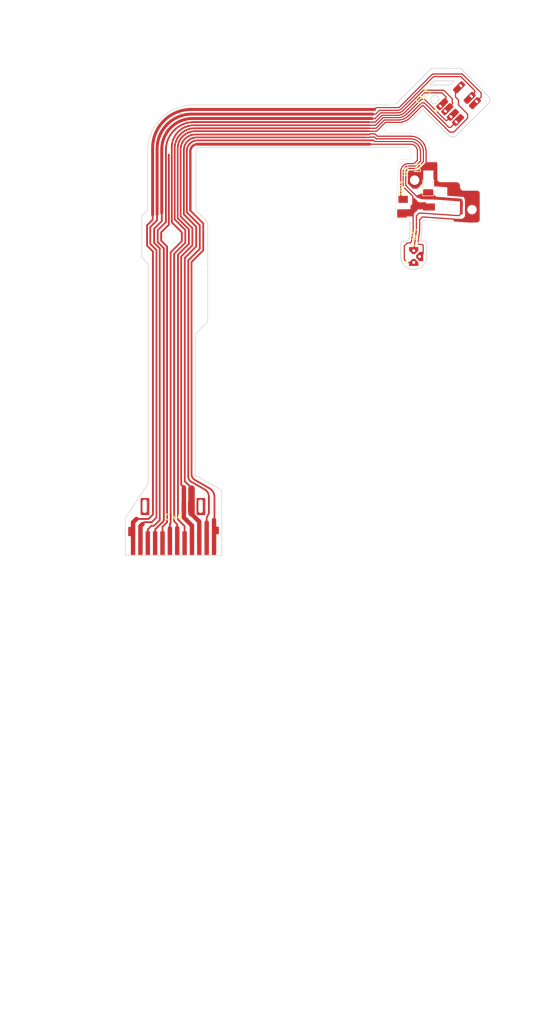
<source format=kicad_pcb>
(kicad_pcb (version 20240108) (generator "pcbnew") (generator_version "8.0")
  (title_block (title "KSS-220A Flexible PCB - Lens") (date "2024-08-17") (rev "0.1"))
  (layers (0 "F.Cu" signal) (31 "B.Cu" signal) (34 "B.Paste" user) (35 "F.Paste" user) (36 "B.SilkS" user "B.Silkscreen") (37 "F.SilkS" user "F.Silkscreen") (38 "B.Mask" user) (39 "F.Mask" user) (44 "Edge.Cuts" user))
  (net 0 "")
  (net 1 "/B")
  (net 2 "/E")
  (net 3 "/K")
  (net 4 "/LD")
  (net 5 "/C")
  (net 6 "/D")
  (net 7 "/PD")
  (net 8 "/A")
  (net 9 "/F")
  (net 11 "/GND1")
  (net 12 "/GND3")
  (net 13 "/GND2")
  (footprint "PC-Engine_CDR-30A:Laser_Diode_Pads" (layer "F.Cu") (at 94.7 61.25 90)
    (property "Reference" "CN5" (at 3.2 0.25 90) (layer "F.SilkS"))
    (property "Value" "Laser_Diode_Flex_Conn_3P")
    (fp_poly (pts (xy -1.01204 -0.975038) (xy -1.25204 -1.305038) (xy -0.77204 -1.305038) (xy -1.01204 -0.975038)) (stroke (width 0.12)) (fill solid) (layer "F.SilkS"))
    (fp_line (start 2.1 -2.2) (end 0 -2.2) (stroke (width 0.12)) (layer "Edge.Cuts"))
    (fp_line (start 2.6 -1.7) (end 2.6 -1.15) (stroke (width 0.12)) (layer "Edge.Cuts"))
    (fp_line (start 2.95 -0.8) (end 2.6 -1.15) (stroke (width 0.12)) (layer "Edge.Cuts"))
    (fp_line (start 5.9 -0.65) (end 4.4 -0.65) (stroke (width 0.12)) (layer "Edge.Cuts"))
    (fp_line (start 4.4 -0.65) (end 2.95 -0.8) (stroke (width 0.12)) (layer "Edge.Cuts"))
    (fp_line (start 3.25 1.25) (end 2.6 1.25) (stroke (width 0.12)) (layer "Edge.Cuts"))
    (fp_line (start 3.25 1.25) (end 4.15 1.35) (stroke (width 0.12)) (layer "Edge.Cuts"))
    (fp_line (start 4.15 1.35) (end 5.9 1.35) (stroke (width 0.12)) (layer "Edge.Cuts"))
    (fp_line (start 2.6 1.7) (end 2.6 1.25) (stroke (width 0.12)) (layer "Edge.Cuts"))
    (fp_line (start 0 2.2) (end 2.1 2.2) (stroke (width 0.12)) (layer "Edge.Cuts"))
    (fp_arc (start 2.1 -2.2) (mid 2.453553 -2.053553) (end 2.6 -1.7) (stroke (width 0.12)) (layer "Edge.Cuts"))
    (fp_arc (start 2.6 1.7) (mid 2.453553 2.053553) (end 2.1 2.2) (stroke (width 0.12)) (layer "Edge.Cuts"))
    (fp_arc (start 0 2.2) (mid -2.2 0) (end 0 -2.2) (stroke (width 0.12)) (layer "Edge.Cuts"))
    (pad "1" thru_hole roundrect (at -1 0) (size 1.6 1.2) (drill 0.5) (layers "*.Cu" "*.Mask") (remove_unused_layers yes) (roundrect_rratio 0) (chamfer_ratio 0.5) (chamfer top_left top_right) (net 7 "/PD"))
    (pad "2" thru_hole roundrect (at 0 1 90) (size 1.6 1.2) (drill 0.5) (layers "*.Cu" "*.Mask") (remove_unused_layers yes) (roundrect_rratio 0) (chamfer_ratio 0.5) (chamfer top_left top_right) (net 13 "/GND2"))
    (pad "3" thru_hole roundrect (at 1 0 180) (size 1.6 1.2) (drill 0.5) (layers "*.Cu" "*.Mask") (remove_unused_layers yes) (roundrect_rratio 0) (chamfer_ratio 0.5) (chamfer top_left top_right) (net 4 "/LD"))
  )
  (footprint "PC-Engine_CDR-30A:MountingHole_1.6mm_Pad" (layer "F.Cu") (at 94.85 48.3)
    (property "Reference" "H1" (at -1.6 -1.55 90) (layer "F.SilkS"))
    (property "Value" "MountingHole_Flex_Pad_MP")
    (pad "MP" thru_hole circle (at 0 0) (size 2.3 2.3) (drill 1.6) (layers "*.Cu" "*.Mask") (remove_unused_layers yes) (zone_layer_connections "F.Cu") (net 13 "/GND2"))
  )
  (footprint "PC-Engine_CDR-30A:Potentiometer_Flex_Pads" (layer "F.Cu") (at 94.3 52.85 90)
    (property "Reference" "RV1" (at 3.35 -1.6 90) (layer "F.SilkS"))
    (property "Value" "R_Potentiometer_Flex")
    (pad "1" smd rect (at 1.3 -1.4 90) (size 1.2 1.6) (layers "F.Cu" "F.Paste" "F.Mask") (net 12 "/GND3"))
    (pad "2" smd rect (at -1.2 -1.6 90) (size 1.2 1.6) (layers "F.Cu" "F.Paste" "F.Mask") (net 7 "/PD"))
    (pad "3" smd rect (at 0 3 90) (size 1.2 2) (layers "F.Cu" "F.Paste" "F.Mask") (net 7 "/PD"))
  )
  (footprint "PC-Engine_CDR-30A:FLEX_SOIC-LIKE_8_3.9x4.9mm_P1.27mm" (layer "F.Cu") (at 102.3 35.35 45)
    (property "Reference" "CN3" (at -3.394113 -5.091169 45) (layer "F.SilkS"))
    (property "Value" "Photodetector_Flex_Conn")
    (fp_poly (pts (xy -3.35 -1.9) (xy -3.68 -1.66) (xy -3.679999 -2.14) (xy -3.35 -1.9)) (stroke (width 0.12)) (fill solid) (layer "F.SilkS"))
    (fp_line (start -5.1 -3.65) (end -7.5 -3.65) (stroke (width 0.12)) (layer "Edge.Cuts"))
    (fp_line (start -4.95 -3.5) (end -5.1 -3.65) (stroke (width 0.12)) (layer "Edge.Cuts"))
    (fp_line (start -4.95 -3.5) (end -4.95 3) (stroke (width 0.12)) (layer "Edge.Cuts"))
    (fp_line (start -1.2 -5.7) (end -0.2 -5.7) (stroke (width 0.12)) (layer "Edge.Cuts"))
    (fp_line (start 1 -7.5) (end -7.5 -7.5) (stroke (width 0.12)) (layer "Edge.Cuts"))
    (fp_line (start -0.2 -5.7) (end 2.25 -3.25) (stroke (width 0.12)) (layer "Edge.Cuts"))
    (fp_line (start 1.25 -3.250001) (end -1.2 -5.7) (stroke (width 0.12)) (layer "Edge.Cuts"))
    (fp_line (start -4.95 3) (end -4.45 3.55) (stroke (width 0.12)) (layer "Edge.Cuts"))
    (fp_line (start 2.25 -3.25) (end 1.25 -3.250001) (stroke (width 0.12)) (layer "Edge.Cuts"))
    (fp_line (start -4.45 3.55) (end 4 3.55) (stroke (width 0.12)) (layer "Edge.Cuts"))
    (fp_line (start 4.5 -4.000001) (end 1 -7.5) (stroke (width 0.12)) (layer "Edge.Cuts"))
    (fp_line (start 4.5 3.05) (end 4.5 -4.000001) (stroke (width 0.12)) (layer "Edge.Cuts"))
    (fp_line (start 4 3.55) (end 4.5 3.05) (stroke (width 0.12)) (layer "Edge.Cuts"))
    (fp_circle (center -2.35 -3.35) (end -1.65 -3.35) (stroke (width 0.12)) (fill none) (layer "Edge.Cuts"))
    (pad "1" thru_hole roundrect (at -2.45 -1.905 45) (size 2.2 1) (drill oval 0.4 0.6 (offset 0.45 0)) (layers "*.Cu" "*.Mask") (remove_unused_layers yes) (net 6 "/D"))
    (pad "2" thru_hole roundrect (at 2.45 -1.905 225) (size 2.2 1) (drill oval 0.4 0.6 (offset 0.4 0)) (layers "*.Cu" "*.Mask") (remove_unused_layers yes) (net 9 "/F"))
    (pad "3" thru_hole roundrect (at -2.45 -0.7 45) (size 2.2 1) (drill oval 0.4 0.6 (offset 0.45 0)) (layers "*.Cu" "*.Mask") (remove_unused_layers yes) (net 5 "/C"))
    (pad "4" thru_hole roundrect (at 2.45 -0.7 225) (size 2.2 1) (drill oval 0.4 0.6 (offset 0.4 0)) (layers "*.Cu" "*.Mask") (remove_unused_layers yes))
    (pad "5" thru_hole roundrect (at -2.45 0.635 45) (size 2.2 1) (drill oval 0.4 0.6 (offset 0.45 0)) (layers "*.Cu" "*.Mask") (remove_unused_layers yes) (net 3 "/K"))
    (pad "6" thru_hole roundrect (at 2.45 0.63 225) (size 2.2 1) (drill oval 0.4 0.6 (offset 0.4 0)) (layers "*.Cu" "*.Mask") (remove_unused_layers yes) (net 8 "/A"))
    (pad "7" thru_hole roundrect (at -2.45 1.899999 45) (size 2.2 1) (drill oval 0.4 0.6 (offset 0.45 0)) (layers "*.Cu" "*.Mask") (remove_unused_layers yes) (net 2 "/E"))
    (pad "8" thru_hole roundrect (at 2.45 1.899999 225) (size 2.2 1) (drill oval 0.4 0.6 (offset 0.4 0)) (layers "*.Cu" "*.Mask") (remove_unused_layers yes) (net 1 "/B"))
  )
  (footprint "PC-Engine_CDR-30A:Flexible_PCB_Conn_1x12_P1.25mm" (layer "F.Cu") (at 53.9 107.85 180)
    (property "Reference" "CN4" (at 0 2.4 180) (layer "F.SilkS"))
    (property "Value" "Flex_PCB_Edge_Conn_01x12_P1.25mm")
    (fp_line (start 8.2 -4.1) (end 8.2 2.3) (stroke (width 0.1)) (layer "Edge.Cuts"))
    (fp_line (start 5.4 53.45) (end 5.4 46.45) (stroke (width 0.1)) (layer "Edge.Cuts"))
    (fp_line (start 5.4 46.45) (end 4.3 45.35) (stroke (width 0.1)) (layer "Edge.Cuts"))
    (fp_line (start 5.2 5) (end 5.2 3.5) (stroke (width 0.1)) (layer "Edge.Cuts"))
    (fp_line (start 4.6 3.5) (end 4.6 5) (stroke (width 0.1)) (layer "Edge.Cuts"))
    (fp_line (start 4.4 64.5) (end 4.4 54.45) (stroke (width 0.1)) (layer "Edge.Cuts"))
    (fp_line (start 4.4 54.45) (end 5.4 53.45) (stroke (width 0.1)) (layer "Edge.Cuts"))
    (fp_line (start 4.3 45.35) (end 4.3 8.1) (stroke (width 0.1)) (layer "Edge.Cuts"))
    (fp_line (start 4.3 8.1) (end 8.199957 2.29997) (stroke (width 0.1)) (layer "Edge.Cuts"))
    (fp_line (start -3.7 33.4) (end -5.8 35.5) (stroke (width 0.1)) (layer "Edge.Cuts"))
    (fp_line (start -3.7 9.5) (end -3.7 33.4) (stroke (width 0.1)) (layer "Edge.Cuts"))
    (fp_line (start -3.8 54.45) (end -3.8 64.65) (stroke (width 0.1)) (layer "Edge.Cuts"))
    (fp_line (start -4.25 65.1) (end -39.5 65.1) (stroke (width 0.1)) (layer "Edge.Cuts"))
    (fp_line (start -4.3 5) (end -4.3 3.5) (stroke (width 0.1)) (layer "Edge.Cuts"))
    (fp_line (start -4.9 3.5) (end -4.9 5) (stroke (width 0.1)) (layer "Edge.Cuts"))
    (fp_line (start -5.8 52.45) (end -3.8 54.45) (stroke (width 0.1)) (layer "Edge.Cuts"))
    (fp_line (start -5.8 35.5) (end -5.8 52.45) (stroke (width 0.1)) (layer "Edge.Cuts"))
    (fp_line (start -7.7 7.25) (end -3.7 9.5) (stroke (width 0.1)) (layer "Edge.Cuts"))
    (fp_line (start -8.04177 6.993267) (end -7.7 7.25) (stroke (width 0.1)) (layer "Edge.Cuts"))
    (fp_line (start -8.2 6.55) (end -8.2 -4.1) (stroke (width 0.1)) (layer "Edge.Cuts"))
    (fp_line (start -8.2 -4.1) (end 8.2 -4.1) (stroke (width 0.1)) (layer "Edge.Cuts"))
    (fp_line (start -36.5 72.3) (end -3.4 72.3) (stroke (width 0.1)) (layer "Edge.Cuts"))
    (fp_arc (start 5.2 5) (mid 4.9 5.3) (end 4.6 5) (stroke (width 0.1)) (layer "Edge.Cuts"))
    (fp_arc (start 4.6 3.5) (mid 4.9 3.2) (end 5.2 3.5) (stroke (width 0.1)) (layer "Edge.Cuts"))
    (fp_arc (start 4.4 64.5) (mid 2.115433 70.015433) (end -3.4 72.3) (stroke (width 0.1)) (layer "Edge.Cuts"))
    (fp_arc (start -3.8 64.65) (mid -3.931802 64.968198) (end -4.25 65.1) (stroke (width 0.1)) (layer "Edge.Cuts"))
    (fp_arc (start -4.3 5) (mid -4.6 5.3) (end -4.9 5) (stroke (width 0.1)) (layer "Edge.Cuts"))
    (fp_arc (start -4.9 3.5) (mid -4.6 3.2) (end -4.3 3.5) (stroke (width 0.1)) (layer "Edge.Cuts"))
    (fp_arc (start -8.04177 6.993267) (mid -8.159257 6.785331) (end -8.2 6.55) (stroke (width 0.1)) (layer "Edge.Cuts"))
    (fp_circle (center 0.4 49.95) (end 0.4 51.05) (stroke (width 0.05)) (fill none) (layer "Edge.Cuts"))
    (pad "1" connect rect (at -7.1 -0.25 180) (size 1.2 0.5) (layers "F.Cu" "F.Mask") (net 12 "/GND3"))
    (pad "1" connect rect (at -6.875 -2 180) (size 0.75 4) (layers "F.Cu" "F.Mask") (net 12 "/GND3"))
    (pad "2" connect rect (at -5.625 -2 180) (size 0.75 4) (layers "F.Cu" "F.Mask") (net 7 "/PD"))
    (pad "3" connect rect (at -4.375 -2 180) (size 0.75 4) (layers "F.Cu" "F.Mask") (net 4 "/LD"))
    (pad "3" smd trapezoid (at -2.85 4.15) (size 0.8 1.6) (rect_delta 0.2 0) (layers "F.Cu" "F.Paste" "F.Mask") (net 4 "/LD"))
    (pad "4" connect rect (at -3.125 -2 180) (size 0.75 4) (layers "F.Cu" "F.Mask") (net 13 "/GND2"))
    (pad "4" smd trapezoid (at -1.75 4.15 180) (size 0.8 1.6) (rect_delta 0.2 0) (layers "F.Cu" "F.Paste" "F.Mask") (net 13 "/GND2"))
    (pad "5" connect rect (at -1.875 -2 180) (size 0.75 4) (layers "F.Cu" "F.Mask") (net 9 "/F"))
    (pad "6" connect rect (at -0.625 -2 180) (size 0.75 4) (layers "F.Cu" "F.Mask") (net 2 "/E"))
    (pad "7" connect rect (at 0.625 -2 180) (size 0.75 4) (layers "F.Cu" "F.Mask") (net 3 "/K"))
    (pad "8" connect rect (at 1.875 -2 180) (size 0.75 4) (layers "F.Cu" "F.Mask") (net 11 "/GND1"))
    (pad "9" connect rect (at 3.125 -2 180) (size 0.75 4) (layers "F.Cu" "F.Mask") (net 6 "/D"))
    (pad "10" connect rect (at 4.375 -2 180) (size 0.75 4) (layers "F.Cu" "F.Mask") (net 5 "/C"))
    (pad "11" connect rect (at 5.625 -2 180) (size 0.75 4) (layers "F.Cu" "F.Mask") (net 8 "/A"))
    (pad "12" connect rect (at 6.875 -2 180) (size 0.75 4) (layers "F.Cu" "F.Mask") (net 1 "/B"))
    (pad "12" connect rect (at 7.1 -0.4 180) (size 1.2 0.8) (layers "F.Cu" "F.Mask") (net 1 "/B"))
  )
  (footprint "PC-Engine_CDR-30A:Diode_Flex_Pads" (layer "F.Cu") (at 97.15 48.25 90)
    (property "Reference" "D1" (at 2.15 -1.75 90) (layer "F.SilkS"))
    (property "Value" "Diode_Flex")
    (fp_line (start -2.7 -0.95) (end 0 -0.95) (stroke (width 0.12)) (layer "F.SilkS"))
    (fp_line (start -2.7 -0.95) (end -2.7 0.95) (stroke (width 0.12)) (layer "F.SilkS"))
    (fp_line (start -2.7 0.95) (end 0.05 0.95) (stroke (width 0.12)) (layer "F.SilkS"))
    (pad "1" smd roundrect (at -2.1 0 270) (size 1 1.7) (layers "F.Cu" "F.Paste" "F.Mask") (roundrect_rratio 0.1785714286) (net 4 "/LD"))
    (pad "2" smd roundrect (at 2.1 0 90) (size 1 1.7) (layers "F.Cu" "F.Paste" "F.Mask") (roundrect_rratio 0.1785714286) (net 13 "/GND2"))
  )
  (gr_line (start 92.4 44.75) (end 92.2 45.15) (stroke (width 0.05)) (layer "Edge.Cuts"))
  (gr_arc (start 103.2 50) (mid 102.811091 49.838909) (end 102.65 49.45) (stroke (width 0.05)) (layer "Edge.Cuts"))
  (gr_line (start 94 44.75) (end 92.4 44.75) (stroke (width 0.05)) (layer "Edge.Cuts"))
  (gr_circle (center 99.15 52.95) (end 99.85 52.95) (stroke (width 0.05)) (fill none) (layer "Edge.Cuts"))
  (gr_line (start 105.45 50) (end 103.2 50) (stroke (width 0.05)) (layer "Edge.Cuts"))
  (gr_circle (center 99.4 50.3) (end 100.1 50.3) (stroke (width 0.05)) (fill none) (layer "Edge.Cuts"))
  (gr_arc (start 97.7 45.05) (mid 97.487868 44.962132) (end 97.4 44.75) (stroke (width 0.05)) (layer "Edge.Cuts"))
  (gr_line (start 106 55.05) (end 106 50.55) (stroke (width 0.05)) (layer "Edge.Cuts"))
  (gr_circle (center 104.6 53.3) (end 105.3 53.3) (stroke (width 0.05)) (fill none) (layer "Edge.Cuts"))
  (gr_line (start 96.05 55.35) (end 96.5 55.05) (stroke (width 0.05)) (layer "Edge.Cuts"))
  (gr_line (start 93.4 42.75) (end 93.9 42.75) (stroke (width 0.05)) (layer "Edge.Cuts"))
  (gr_line (start 90.4 38.95) (end 91.85 38.95) (stroke (width 0.05)) (layer "Edge.Cuts"))
  (gr_line (start 96.5 55.05) (end 104.4 55.6) (stroke (width 0.05)) (layer "Edge.Cuts"))
  (gr_line (start 92.2 45.15) (end 91.5 54.1) (stroke (width 0.05)) (layer "Edge.Cuts"))
  (gr_line (start 98.35 45.05) (end 97.7 45.05) (stroke (width 0.05)) (layer "Edge.Cuts"))
  (gr_line (start 97.4 43.55) (end 97.4 44.35) (stroke (width 0.05)) (layer "Edge.Cuts"))
  (gr_line (start 101.95 48.55) (end 99.250001 48.549999) (stroke (width 0.05)) (layer "Edge.Cuts"))
  (gr_line (start 97.4 44.35) (end 97.4 44.75) (stroke (width 0.05)) (layer "Edge.Cuts"))
  (gr_arc (start 101.95 48.55) (mid 102.444975 48.755025) (end 102.65 49.25) (stroke (width 0.05)) (layer "Edge.Cuts"))
  (gr_arc (start 94.25 44.5) (mid 94.176777 44.676777) (end 94 44.75) (stroke (width 0.05)) (layer "Edge.Cuts"))
  (gr_arc (start 92.2 54.9) (mid 91.668493 54.658819) (end 91.5 54.1) (stroke (width 0.05)) (layer "Edge.Cuts"))
  (gr_arc (start 106 55.05) (mid 105.86003 55.376527) (end 105.55 55.55) (stroke (width 0.05)) (layer "Edge.Cuts"))
  (gr_line (start 98.800002 48.1) (end 98.8 45.5) (stroke (width 0.05)) (layer "Edge.Cuts"))
  (gr_arc (start 101.6 52.4) (mid 102.3 53.1) (end 101.6 53.8) (stroke (width 0.05)) (layer "Edge.Cuts"))
  (gr_arc (start 94.2 40.35) (mid 96.462742 41.287258) (end 97.4 43.55) (stroke (width 0.05)) (layer "Edge.Cuts"))
  (gr_arc (start 101.1 53.75) (mid 100.4 53.05) (end 101.1 52.35) (stroke (width 0.05)) (layer "Edge.Cuts"))
  (gr_line (start 92.2 54.9) (end 93.85 54.9) (stroke (width 0.05)) (layer "Edge.Cuts"))
  (gr_line (start 104.4 55.6) (end 105.55 55.55) (stroke (width 0.05)) (layer "Edge.Cuts"))
  (gr_line (start 102.65 49.45) (end 102.65 49.25) (stroke (width 0.05)) (layer "Edge.Cuts"))
  (gr_arc (start 99.250001 48.549999) (mid 98.931803 48.418198) (end 98.800002 48.1) (stroke (width 0.05)) (layer "Edge.Cuts"))
  (gr_rect (start 96.4 46.75) (end 97.95 49.75) (stroke (width 0.05)) (fill none) (layer "Edge.Cuts"))
  (gr_arc (start 94.415759 38.072361) (mid 93.206585 38.726658) (end 91.85 38.95) (stroke (width 0.05)) (layer "Edge.Cuts"))
  (gr_arc (start 91.693398 35.35) (mid 91.054444 35.500086) (end 90.4 35.55) (stroke (width 0.05)) (layer "Edge.Cuts"))
  (gr_line (start 101.1 52.35) (end 101.6 52.4) (stroke (width 0.05)) (layer "Edge.Cuts"))
  (gr_line (start 94.25 43.1) (end 94.25 44.5) (stroke (width 0.05)) (layer "Edge.Cuts"))
  (gr_line (start 101.1 53.75) (end 101.6 53.8) (stroke (width 0.05)) (layer "Edge.Cuts"))
  (gr_arc (start 98.35 45.050001) (mid 98.668198 45.181802) (end 98.799999 45.5) (stroke (width 0.05)) (layer "Edge.Cuts"))
  (gr_arc (start 105.45 50) (mid 105.838909 50.161091) (end 106 50.55) (stroke (width 0.05)) (layer "Edge.Cuts"))
  (gr_arc (start 90.4 40.35) (mid 89.7 39.65) (end 90.4 38.95) (stroke (width 0.05)) (layer "Edge.Cuts"))
  (gr_line (start 93.85 54.9) (end 94.05 55.35) (stroke (width 0.05)) (layer "Edge.Cuts"))
  (gr_line (start 94.2 40.35) (end 90.4 40.35) (stroke (width 0.05)) (layer "Edge.Cuts"))
  (gr_arc (start 93.9 42.75) (mid 94.147487 42.852513) (end 94.25 43.1) (stroke (width 0.05)) (layer "Edge.Cuts"))
  (segment (start 47.6 105.75) (end 47.025 106.325) (width 0.75) (layer "F.Cu") (net 1))
  (segment (start 88.35 36) (end 92.2 36) (width 0.2) (layer "F.Cu") (net 1))
  (segment (start 47.6 105.75) (end 49.65 105.75) (width 0.3) (layer "F.Cu") (net 1))
  (segment (start 106.137005 34.2) (end 105.375914 34.961091) (width 0.2) (layer "F.Cu") (net 1))
  (segment (start 50.35 42.845518) (end 50.35 54.2) (width 0.5) (layer "F.Cu") (net 1))
  (segment (start 49.4 59.4) (end 49.4 55.95) (width 0.3) (layer "F.Cu") (net 1))
  (segment (start 88.04242 36.30758) (end 88.35 36) (width 0.2) (layer "F.Cu") (net 1))
  (segment (start 56.846016 36.30758) (end 56.636191 36.315565) (width 0.5) (layer "F.Cu") (net 1))
  (segment (start 106.15 34.2) (end 106.137005 34.2) (width 0.2) (layer "F.Cu") (net 1))
  (segment (start 106.15 33.5) (end 106.15 34.2) (width 0.2) (layer "F.Cu") (net 1))
  (segment (start 50.35 55) (end 50.35 54.2) (width 0.3) (layer "F.Cu") (net 1))
  (segment (start 47.025 106.325) (end 47.025 109.85) (width 0.75) (layer "F.Cu") (net 1))
  (segment (start 102.95 30.3) (end 106.15 33.5) (width 0.2) (layer "F.Cu") (net 1))
  (segment (start 88.04242 36.30758) (end 56.846016 36.30758) (width 0.5) (layer "F.Cu") (net 1))
  (segment (start 50.4 105) (end 50.4 60.4) (width 0.3) (layer "F.Cu") (net 1))
  (segment (start 50.4 60.4) (end 49.4 59.4) (width 0.3) (layer "F.Cu") (net 1))
  (segment (start 97.9 30.3) (end 102.95 30.3) (width 0.2) (layer "F.Cu") (net 1))
  (segment (start 49.65 105.75) (end 50.4 105) (width 0.3) (layer "F.Cu") (net 1))
  (segment (start 49.4 55.95) (end 50.35 55) (width 0.3) (layer "F.Cu") (net 1))
  (segment (start 92.2 36) (end 97.9 30.3) (width 0.2) (layer "F.Cu") (net 1))
  (arc (start 56.636191 36.315565) (mid 52.17693 38.313508) (end 50.35 42.845518) (width 0.5) (layer "F.Cu") (net 1))
  (segment (start 96.513604 35.2) (end 100.663604 39.35) (width 0.2) (layer "F.Cu") (net 2))
  (segment (start 86.75 39.5) (end 87.1 39.5) (width 0.3) (layer "F.Cu") (net 2))
  (segment (start 93.798829 37.401171) (end 96 35.2) (width 0.2) (layer "F.Cu") (net 2))
  (segment (start 55.9 56.757106) (end 54.1 54.957106) (width 0.3) (layer "F.Cu") (net 2))
  (segment (start 87.1 39.5) (end 88.3 39.5) (width 0.2) (layer "F.Cu") (net 2))
  (segment (start 89.7 38.1) (end 92.111706 38.1) (width 0.2) (layer "F.Cu") (net 2))
  (segment (start 57.499535 39.5) (end 86.75 39.5) (width 0.3) (layer "F.Cu") (net 2))
  (segment (start 54.525 107.3) (end 54.525 106.675) (width 0.3) (layer "F.Cu") (net 2))
  (segment (start 100.663604 39.35) (end 100.987005 39.35) (width 0.2) (layer "F.Cu") (net 2))
  (segment (start 54.525 109.85) (end 54.525 107.3) (width 0.75) (layer "F.Cu") (net 2))
  (segment (start 88.3 39.5) (end 89.7 38.1) (width 0.2) (layer "F.Cu") (net 2))
  (segment (start 96 35.2) (end 96.513604 35.2) (width 0.2) (layer "F.Cu") (net 2))
  (segment (start 54.525 106.675) (end 54 106.15) (width 0.3) (layer "F.Cu") (net 2))
  (segment (start 100.987005 39.35) (end 101.911091 38.425914) (width 0.2) (layer "F.Cu") (net 2))
  (segment (start 54 60.8) (end 55.9 58.9) (width 0.3) (layer "F.Cu") (net 2))
  (segment (start 55.9 58.9) (end 55.9 56.757106) (width 0.3) (layer "F.Cu") (net 2))
  (segment (start 54 106.15) (end 54 60.8) (width 0.3) (layer "F.Cu") (net 2))
  (segment (start 54.1 54.957106) (end 54.1 42.899535) (width 0.3) (layer "F.Cu") (net 2))
  (arc (start 54.1 42.899535) (mid 55.095701 40.495701) (end 57.499535 39.5) (width 0.3) (layer "F.Cu") (net 2))
  (arc (start 92.111706 38.1) (mid 93.02477 37.91838) (end 93.798829 37.401171) (width 0.2) (layer "F.Cu") (net 2))
  (segment (start 88.2 39) (end 89.5 37.7) (width 0.2) (layer "F.Cu") (net 3))
  (segment (start 53.275 109.85) (end 53.275 107.35) (width 0.75) (layer "F.Cu") (net 3))
  (segment (start 53.4 106.5) (end 53.275 106.625) (width 0.3) (layer "F.Cu") (net 3))
  (segment (start 87.1 39) (end 57.332548 39) (width 0.3) (layer "F.Cu") (net 3))
  (segment (start 55.3 57.15) (end 55.3 58.65) (width 0.3) (layer "F.Cu") (net 3))
  (segment (start 100.398025 38.15) (end 101.016601 37.531424) (width 0.2) (layer "F.Cu") (net 3))
  (segment (start 96 34.6) (end 96.55 34.6) (width 0.2) (layer "F.Cu") (net 3))
  (segment (start 53.6 55.45) (end 55.3 57.15) (width 0.3) (layer "F.Cu") (net 3))
  (segment (start 100.1 38.15) (end 100.398025 38.15) (width 0.2) (layer "F.Cu") (net 3))
  (segment (start 53.4 60.55) (end 53.4 106.5) (width 0.3) (layer "F.Cu") (net 3))
  (segment (start 93.488246 37.111754) (end 96 34.6) (width 0.2) (layer "F.Cu") (net 3))
  (segment (start 87.1 39) (end 88.2 39) (width 0.2) (layer "F.Cu") (net 3))
  (segment (start 53.6 42.732548) (end 53.6 55.45) (width 0.3) (layer "F.Cu") (net 3))
  (segment (start 89.5 37.7) (end 92.068095 37.7) (width 0.2) (layer "F.Cu") (net 3))
  (segment (start 53.275 106.625) (end 53.275 107.35) (width 0.3) (layer "F.Cu") (net 3))
  (segment (start 96.55 34.6) (end 100.1 38.15) (width 0.2) (layer "F.Cu") (net 3))
  (segment (start 55.3 58.65) (end 53.4 60.55) (width 0.3) (layer "F.Cu") (net 3))
  (arc (start 92.068095 37.7) (mid 92.836675 37.54712) (end 93.488246 37.111754) (width 0.2) (layer "F.Cu") (net 3))
  (arc (start 57.332548 39) (mid 54.693238 40.093238) (end 53.6 42.732548) (width 0.3) (layer "F.Cu") (net 3))
  (segment (start 55.8 99.35) (end 55.8 61.5) (width 0.3) (layer "F.Cu") (net 4))
  (segment (start 55.65 54.1) (end 55.65 43.228989) (width 0.3) (layer "F.Cu") (net 4))
  (segment (start 56.95 100.5) (end 55.8 99.35) (width 0.3) (layer "F.Cu") (net 4))
  (segment (start 93.75 41.3) (end 94.134141 41.3) (width 0.2) (layer "F.Cu") (net 4))
  (segment (start 102.1 54.3) (end 102.4 54.3) (width 0.2) (layer "F.Cu") (net 4))
  (segment (start 94.7 60.25) (end 95.15 56.8) (width 0.2) (layer "F.Cu") (net 4))
  (segment (start 57.75 56.2) (end 55.65 54.1) (width 0.3) (layer "F.Cu") (net 4))
  (segment (start 88.35 41.3) (end 93.75 41.3) (width 0.2) (layer "F.Cu") (net 4))
  (segment (start 87.15 41.05) (end 87.2 41) (width 0.2) (layer "F.Cu") (net 4))
  (segment (start 88.05 41) (end 88.35 41.3) (width 0.2) (layer "F.Cu") (net 4))
  (segment (start 56.95 104.9) (end 56.95 104.8) (width 0.75) (layer "F.Cu") (net 4))
  (segment (start 95.6 53.9) (end 96.1 53.9) (width 0.2) (layer "F.Cu") (net 4))
  (segment (start 96.35 43.515859) (end 96.35 45.15) (width 0.2) (layer "F.Cu") (net 4))
  (segment (start 57.75 59.55) (end 57.75 56.2) (width 0.3) (layer "F.Cu") (net 4))
  (segment (start 58.275 106.225) (end 56.95 104.9) (width 0.75) (layer "F.Cu") (net 4))
  (segment (start 95.3 51.15) (end 96.8 51.15) (width 0.2) (layer "F.Cu") (net 4))
  (segment (start 58.275 109.85) (end 58.275 106.225) (width 0.75) (layer "F.Cu") (net 4))
  (segment (start 93.35 46.976056) (end 93.35 49.2) (width 0.2) (layer "F.Cu") (net 4))
  (segment (start 55.8 61.5) (end 57.75 59.55) (width 0.3) (layer "F.Cu") (net 4))
  (segment (start 95.2 46.3) (end 94.026056 46.3) (width 0.2) (layer "F.Cu") (net 4))
  (segment (start 56.95 104.8) (end 56.95 100.6) (width 1.1) (layer "F.Cu") (net 4))
  (segment (start 93.35 49.2) (end 95.3 51.15) (width 0.2) (layer "F.Cu") (net 4))
  (segment (start 56.95 100.6) (end 56.95 100.5) (width 0.3) (layer "F.Cu") (net 4))
  (segment (start 95.15 56.8) (end 95.15 54.35) (width 0.2) (layer "F.Cu") (net 4))
  (segment (start 96.35 45.15) (end 95.2 46.3) (width 0.2) (layer "F.Cu") (net 4))
  (segment (start 96.1 53.9) (end 102.1 54.3) (width 0.2) (layer "F.Cu") (net 4))
  (segment (start 95.15 54.35) (end 95.6 53.9) (width 0.2) (layer "F.Cu") (net 4))
  (segment (start 102.4 54.3) (end 102.75 53.95) (width 0.2) (layer "F.Cu") (net 4))
  (segment (start 96.8 51.15) (end 96.8 50.4) (width 0.2) (layer "F.Cu") (net 4))
  (segment (start 57.828989 41.05) (end 86.55 41.05) (width 0.3) (layer "F.Cu") (net 4))
  (segment (start 102.75 53.95) (end 102.75 53.85) (width 0.2) (layer "F.Cu") (net 4))
  (segment (start 87.2 41) (end 88.05 41) (width 0.2) (layer "F.Cu") (net 4))
  (segment (start 86.55 41.05) (end 87.15 41.05) (width 0.2) (layer "F.Cu") (net 4))
  (arc (start 94.026056 46.3) (mid 93.548012 46.498012) (end 93.35 46.976056) (width 0.2) (layer "F.Cu") (net 4))
  (arc (start 55.65 43.228989) (mid 56.288211 41.688211) (end 57.828989 41.05) (width 0.3) (layer "F.Cu") (net 4))
  (arc (start 94.134141 41.3) (mid 95.70099 41.94901) (end 96.35 43.515859) (width 0.2) (layer "F.Cu") (net 4))
  (segment (start 101.25 35.410051) (end 100.072614 36.587437) (width 0.2) (layer "F.Cu") (net 5))
  (segment (start 50.6 106.9) (end 51.55 105.95) (width 0.3) (layer "F.Cu") (net 5))
  (segment (start 99.8 33.05) (end 101.25 34.5) (width 0.2) (layer "F.Cu") (net 5))
  (segment (start 50.6 58.907106) (end 50.6 56.55) (width 0.3) (layer "F.Cu") (net 5))
  (segment (start 51.55 105.95) (end 51.55 59.857106) (width 0.3) (layer "F.Cu") (net 5))
  (segment (start 57.12606 37.85) (end 87.6 37.85) (width 0.5) (layer "F.Cu") (net 5))
  (segment (start 87.6 37.85) (end 88.125 37.85) (width 0.2) (layer "F.Cu") (net 5))
  (segment (start 49.525 109.85) (end 49.525 107.525) (width 0.3) (layer "F.Cu") (net 5))
  (segment (start 50.15 106.9) (end 50.6 106.9) (width 0.3) (layer "F.Cu") (net 5))
  (segment (start 101.25 35.810051) (end 100.095837 36.964214) (width 0.25) (layer "F.Cu") (net 5))
  (segment (start 89.075 36.9) (end 91.855642 36.9) (width 0.2) (layer "F.Cu") (net 5))
  (segment (start 51.9 55.25) (end 51.9 53.85) (width 0.3) (layer "F.Cu") (net 5))
  (segment (start 92.95563 36.44437) (end 96.35 33.05) (width 0.2) (layer "F.Cu") (net 5))
  (segment (start 96.35 33.05) (end 99.8 33.05) (width 0.2) (layer "F.Cu") (net 5))
  (segment (start 88.125 37.85) (end 89.075 36.9) (width 0.2) (layer "F.Cu") (net 5))
  (segment (start 50.6 56.55) (end 51.9 55.25) (width 0.3) (layer "F.Cu") (net 5))
  (segment (start 101.25 34.5) (end 101.25 35.410051) (width 0.2) (layer "F.Cu") (net 5))
  (segment (start 51.55 59.857106) (end 50.6 58.907106) (width 0.3) (layer "F.Cu") (net 5))
  (segment (start 51.9 53.85) (end 51.9 43.07606) (width 0.5) (layer "F.Cu") (net 5))
  (segment (start 49.525 107.525) (end 50.15 106.9) (width 0.3) (layer "F.Cu") (net 5))
  (arc (start 91.855642 36.9) (mid 92.450951 36.781586) (end 92.95563 36.44437) (width 0.2) (layer "F.Cu") (net 5))
  (arc (start 57.12606 37.85) (mid 53.430678 39.380678) (end 51.9 43.07606) (width 0.5) (layer "F.Cu") (net 5))
  (segment (start 50.775 109.85) (end 50.775 107.525) (width 0.3) (layer "F.Cu") (net 6))
  (segment (start 89.3 37.3) (end 91.987985 37.3) (width 0.2) (layer "F.Cu") (net 6))
  (segment (start 87.1 38.45) (end 88.15 38.45) (width 0.2) (layer "F.Cu") (net 6))
  (segment (start 52.25 106.05) (end 52.25 59.85) (width 0.3) (layer "F.Cu") (net 6))
  (segment (start 100.2 34.755923) (end 99.22055 35.735373) (width 0.2) (layer "F.Cu") (net 6))
  (segment (start 99.5 33.5) (end 100.2 34.2) (width 0.2) (layer "F.Cu") (net 6))
  (segment (start 51.2 56.8) (end 52.6 55.4) (width 0.3) (layer "F.Cu") (net 6))
  (segment (start 93.203471 36.796529) (end 96.5 33.5) (width 0.2) (layer "F.Cu") (net 6))
  (segment (start 50.775 107.525) (end 52.25 106.05) (width 0.3) (layer "F.Cu") (net 6))
  (segment (start 100.2 34.2) (end 100.2 34.755923) (width 0.2) (layer "F.Cu") (net 6))
  (segment (start 96.5 33.5) (end 99.5 33.5) (width 0.2) (layer "F.Cu") (net 6))
  (segment (start 99.62055 35.735373) (end 99.22055 35.735373) (width 0.2) (layer "F.Cu") (net 6))
  (segment (start 52.6 55.4) (end 52.6 43.225009) (width 0.3) (layer "F.Cu") (net 6))
  (segment (start 57.375009 38.45) (end 86.55 38.45) (width 0.3) (layer "F.Cu") (net 6))
  (segment (start 52.25 59.85) (end 51.2 58.8) (width 0.3) (layer "F.Cu") (net 6))
  (segment (start 86.55 38.45) (end 87.1 38.45) (width 0.3) (layer "F.Cu") (net 6))
  (segment (start 88.15 38.45) (end 89.3 37.3) (width 0.2) (layer "F.Cu") (net 6))
  (segment (start 51.2 58.8) (end 51.2 56.8) (width 0.3) (layer "F.Cu") (net 6))
  (arc (start 91.987985 37.3) (mid 92.645801 37.169152) (end 93.203471 36.796529) (width 0.2) (layer "F.Cu") (net 6))
  (arc (start 52.6 43.225009) (mid 53.998568 39.848568) (end 57.375009 38.45) (width 0.3) (layer "F.Cu") (net 6))
  (segment (start 93.1 61.75) (end 93.1 59.45) (width 0.2) (layer "F.Cu") (net 7))
  (segment (start 59.9 104.8) (end 59.9 101.986577) (width 0.3) (layer "F.Cu") (net 7))
  (segment (start 94.3 58.75) (end 94.6 56.65) (width 0.2) (layer "F.Cu") (net 7))
  (segment (start 94.7 62.25) (end 93.6 62.25) (width 0.2) (layer "F.Cu") (net 7))
  (segment (start 94.6 52.9) (end 94.8 52.7) (width 0.2) (layer "F.Cu") (net 7))
  (segment (start 57.991091 41.55) (end 87.8 41.55) (width 0.3) (layer "F.Cu") (net 7))
  (segment (start 95.82689 43.326829) (end 95.85 43.66876) (width 0.2) (layer "F.Cu") (net 7))
  (segment (start 95.85 43.66876) (end 95.85 45.084314) (width 0.2) (layer "F.Cu") (net 7))
  (segment (start 56.4 98.616546) (end 56.4 61.9) (width 0.3) (layer "F.Cu") (net 7))
  (segment (start 94.1 58.95) (end 94.3 58.75) (width 0.2) (layer "F.Cu") (net 7))
  (segment (start 87.9 41.55) (end 88.1 41.75) (width 0.2) (layer "F.Cu") (net 7))
  (segment (start 94.55 52.45) (end 94.8 52.7) (width 0.2) (layer "F.Cu") (net 7))
  (segment (start 59.525 105.525) (end 59.9 104.8) (width 0.3) (layer "F.Cu") (net 7))
  (segment (start 59.525 106.35) (end 59.525 105.525) (width 0.3) (layer "F.Cu") (net 7))
  (segment (start 59.173648 100.734942) (end 56.863168 99.414668) (width 0.3) (layer "F.Cu") (net 7))
  (segment (start 94.6 56.65) (end 94.6 52.9) (width 0.2) (layer "F.Cu") (net 7))
  (segment (start 95.85 45.084314) (end 95.034314 45.9) (width 0.2) (layer "F.Cu") (net 7))
  (segment (start 58.35 59.95) (end 58.35 55.95) (width 0.3) (layer "F.Cu") (net 7))
  (segment (start 58.35 55.95) (end 56.15 53.75) (width 0.3) (layer "F.Cu") (net 7))
  (segment (start 94.55 51.05) (end 94.55 52.45) (width 0.2) (layer "F.Cu") (net 7))
  (segment (start 56.15 53.75) (end 56.15 43.391091) (width 0.3) (layer "F.Cu") (net 7))
  (segment (start 88.1 41.75) (end 94.139892 41.75) (width 0.2) (layer "F.Cu") (net 7))
  (segment (start 87.8 41.55) (end 87.9 41.55) (width 0.2) (layer "F.Cu") (net 7))
  (segment (start 59.525 109.85) (end 59.525 106.35) (width 0.75) (layer "F.Cu") (net 7))
  (segment (start 95.034314 45.9) (end 93.805849 45.9) (width 0.2) (layer "F.Cu") (net 7))
  (segment (start 92.9 49.4) (end 94.55 51.05) (width 0.2) (layer "F.Cu") (net 7))
  (segment (start 93.6 58.95) (end 94.1 58.95) (width 0.2) (layer "F.Cu") (net 7))
  (segment (start 93.6 62.25) (end 93.1 61.75) (width 0.2) (layer "F.Cu") (net 7))
  (segment (start 56.4 61.9) (end 58.35 59.95) (width 0.3) (layer "F.Cu") (net 7))
  (segment (start 92.9 46.805849) (end 92.9 49.4) (width 0.2) (layer "F.Cu") (net 7))
  (segment (start 96.45 52.7) (end 94.8 52.7) (width 0.2) (layer "F.Cu") (net 7))
  (segment (start 93.1 59.45) (end 93.6 58.95) (width 0.2) (layer "F.Cu") (net 7))
  (arc (start 92.9 46.805849) (mid 93.165317 46.165317) (end 93.805849 45.9) (width 0.2) (layer "F.Cu") (net 7))
  (arc (start 56.15 43.391091) (mid 56.689243 42.089243) (end 57.991091 41.55) (width 0.3) (layer "F.Cu") (net 7))
  (arc (start 94.139892 41.75) (mid 95.294486 42.205584) (end 95.82689 43.326829) (width 0.2) (layer "F.Cu") (net 7))
  (arc (start 56.4 98.616546) (mid 56.52418 99.077936) (end 56.863168 99.414668) (width 0.3) (layer "F.Cu") (net 7))
  (arc (start 59.173648 100.734942) (mid 59.705258 101.263013) (end 59.9 101.986577) (width 0.3) (layer "F.Cu") (net 7))
  (segment (start 48.275 109.85) (end 48.275 106.975) (width 0.75) (layer "F.Cu") (net 8))
  (segment (start 51 60.15) (end 49.95 59.1) (width 0.3) (layer "F.Cu") (net 8))
  (segment (start 51.1 55.1) (end 51.1 54.1) (width 0.3) (layer "F.Cu") (net 8))
  (segment (start 105.05 33.490955) (end 104.477889 34.063066) (width 0.2) (layer "F.Cu") (net 8))
  (segment (start 48.625 106.625) (end 48.95 106.3) (width 0.3) (layer "F.Cu") (net 8))
  (segment (start 50.2 106.3) (end 51 105.5) (width 0.3) (layer "F.Cu") (net 8))
  (segment (start 49.95 56.25) (end 51.1 55.1) (width 0.3) (layer "F.Cu") (net 8))
  (segment (start 92.579448 36.220552) (end 98.05 30.75) (width 0.2) (layer "F.Cu") (net 8))
  (segment (start 48.275 106.975) (end 48.625 106.625) (width 0.75) (layer "F.Cu") (net 8))
  (segment (start 51 105.5) (end 51 60.15) (width 0.3) (layer "F.Cu") (net 8))
  (segment (start 98.05 30.75) (end 102.7 30.75) (width 0.2) (layer "F.Cu") (net 8))
  (segment (start 88.25 37.1) (end 88.899999 36.450001) (width 0.2) (layer "F.Cu") (net 8))
  (segment (start 49.95 59.1) (end 49.95 56.25) (width 0.3) (layer "F.Cu") (net 8))
  (segment (start 88.899999 36.450001) (end 92.025509 36.450001) (width 0.2) (layer "F.Cu") (net 8))
  (segment (start 87.7 37.1) (end 88.25 37.1) (width 0.2) (layer "F.Cu") (net 8))
  (segment (start 102.7 30.75) (end 105.05 33.1) (width 0.2) (layer "F.Cu") (net 8))
  (segment (start 105.05 33.1) (end 105.05 33.490955) (width 0.2) (layer "F.Cu") (net 8))
  (segment (start 51.1 54.1) (end 51.1 43.003664) (width 0.5) (layer "F.Cu") (net 8))
  (segment (start 57.003664 37.1) (end 87.7 37.1) (width 0.5) (layer "F.Cu") (net 8))
  (segment (start 48.95 106.3) (end 50.2 106.3) (width 0.3) (layer "F.Cu") (net 8))
  (arc (start 57.003664 37.1) (mid 52.829143 38.829143) (end 51.1 43.003664) (width 0.5) (layer "F.Cu") (net 8))
  (arc (start 92.025509 36.450001) (mid 92.325299 36.390369) (end 92.579448 36.220552) (width 0.2) (layer "F.Cu") (net 8))
  (segment (start 55.775 106.975) (end 54.65 105.85) (width 0.3) (layer "F.Cu") (net 9))
  (segment (start 96.35 35.7) (end 100.8 40.15) (width 0.2) (layer "F.Cu") (net 9))
  (segment (start 56.5 56.65) (end 54.6 54.75) (width 0.3) (layer "F.Cu") (net 9))
  (segment (start 54.6 54.75) (end 54.6 42.968043) (width 0.3) (layer "F.Cu") (net 9))
  (segment (start 102.3 34.7) (end 101.8 34.2) (width 0.2) (layer "F.Cu") (net 9))
  (segment (start 101.5 40.15) (end 103.85 37.8) (width 0.2) (layer "F.Cu") (net 9))
  (segment (start 103.85 37.1) (end 102.3 35.55) (width 0.2) (layer "F.Cu") (net 9))
  (segment (start 102.3 35.55) (end 102.3 34.7) (width 0.2) (layer "F.Cu") (net 9))
  (segment (start 88.4 40) (end 89.9 38.5) (width 0.2) (layer "F.Cu") (net 9))
  (segment (start 56.5 59.1) (end 56.5 56.65) (width 0.3) (layer "F.Cu") (net 9))
  (segment (start 57.568043 40) (end 87.1 40) (width 0.3) (layer "F.Cu") (net 9))
  (segment (start 96.1 35.7) (end 96.35 35.7) (width 0.2) (layer "F.Cu") (net 9))
  (segment (start 87.1 40) (end 88.4 40) (width 0.2) (layer "F.Cu") (net 9))
  (segment (start 100.8 40.15) (end 101.5 40.15) (width 0.2) (layer "F.Cu") (net 9))
  (segment (start 55.775 109.85) (end 55.775 106.975) (width 0.3) (layer "F.Cu") (net 9))
  (segment (start 89.9 38.5) (end 92.162913 38.5) (width 0.2) (layer "F.Cu") (net 9))
  (segment (start 101.8 34.2) (end 101.8 33.155923) (width 0.2) (layer "F.Cu") (net 9))
  (segment (start 54.65 60.95) (end 56.5 59.1) (width 0.3) (layer "F.Cu") (net 9))
  (segment (start 54.65 105.85) (end 54.65 60.95) (width 0.3) (layer "F.Cu") (net 9))
  (segment (start 94.104042 37.695958) (end 96.1 35.7) (width 0.2) (layer "F.Cu") (net 9))
  (segment (start 103.85 37.8) (end 103.85 37.1) (width 0.2) (layer "F.Cu") (net 9))
  (segment (start 101.8 33.155923) (end 102.685373 32.27055) (width 0.2) (layer "F.Cu") (net 9))
  (arc (start 92.162913 38.5) (mid 93.213444 38.291036) (end 94.104042 37.695958) (width 0.2) (layer "F.Cu") (net 9))
  (arc (start 54.6 42.968043) (mid 55.46932 40.86932) (end 57.568043 40) (width 0.3) (layer "F.Cu") (net 9))
  (segment (start 52.025 107.075) (end 52.8 106.3) (width 0.3) (layer "F.Cu") (net 11))
  (segment (start 53.1 55.85) (end 53.1 43.95) (width 0.3) (layer "F.Cu") (net 11))
  (segment (start 52.8 106.3) (end 52.8 59.55) (width 0.3) (layer "F.Cu") (net 11))
  (segment (start 52.025 109.85) (end 52.025 107.075) (width 0.3) (layer "F.Cu") (net 11))
  (segment (start 51.8 57.15) (end 53.1 55.85) (width 0.3) (layer "F.Cu") (net 11))
  (segment (start 52.8 59.55) (end 51.8 58.55) (width 0.3) (layer "F.Cu") (net 11))
  (segment (start 51.8 58.55) (end 51.8 57.15) (width 0.3) (layer "F.Cu") (net 11))
  (segment (start 87.25 42.2) (end 94.142783 42.2) (width 0.2) (layer "F.Cu") (net 12))
  (segment (start 58.95 55.65) (end 58.95 60.2) (width 0.3) (layer "F.Cu") (net 12))
  (segment (start 60.85 105.85) (end 60.775 105.925) (width 0.3) (layer "F.Cu") (net 12))
  (segment (start 92.5 46.772066) (end 92.5 51) (width 0.2) (layer "F.Cu") (net 12))
  (segment (start 93.2 51.7) (end 93.45 51.45) (width 0.2) (layer "F.Cu") (net 12))
  (segment (start 95.323036 44.926964) (end 94.75 45.5) (width 0.2) (layer "F.Cu") (net 12))
  (segment (start 56.75 43.408569) (end 56.75 53.45) (width 0.4) (layer "F.Cu") (net 12))
  (segment (start 60.775 109.85) (end 60.775 105.925) (width 0.75) (layer "F.Cu") (net 12))
  (segment (start 87.25 42.2) (end 57.958569 42.2) (width 0.5) (layer "F.Cu") (net 12))
  (segment (start 94.75 45.5) (end 93.772066 45.5) (width 0.2) (layer "F.Cu") (net 12))
  (segment (start 95.323036 43.380253) (end 95.323036 44.926964) (width 0.2) (layer "F.Cu") (net 12))
  (segment (start 92.5 51) (end 93.2 51.7) (width 0.2) (layer "F.Cu") (net 12))
  (segment (start 56.75 53.45) (end 58.95 55.65) (width 0.3) (layer "F.Cu") (net 12))
  (segment (start 58.95 60.2) (end 56.95 62.2) (width 0.3) (layer "F.Cu") (net 12))
  (segment (start 56.95 62.2) (end 56.95 98.125202) (width 0.3) (layer "F.Cu") (net 12))
  (segment (start 60.85 102.060921) (end 60.85 105.85) (width 0.3) (layer "F.Cu") (net 12))
  (segment (start 57.534501 99.137212) (end 59.974355 100.54482) (width 0.3) (layer "F.Cu") (net 12))
  (arc (start 57.534501 99.137212) (mid 57.106623 98.70954) (end 56.95 98.125202) (width 0.3) (layer "F.Cu") (net 12))
  (arc (start 59.974355 100.54482) (mid 60.615362 101.185519) (end 60.85 102.060921) (width 0.3) (layer "F.Cu") (net 12))
  (arc (start 57.958569 42.2) (mid 57.103982 42.553982) (end 56.75 43.408569) (width 0.4) (layer "F.Cu") (net 12))
  (arc (start 94.142783 42.2) (mid 94.977348 42.545688) (end 95.323036 43.380253) (width 0.2) (layer "F.Cu") (net 12))
  (arc (start 93.772066 45.5) (mid 92.87258 45.87258) (end 92.5 46.772066) (width 0.2) (layer "F.Cu") (net 12))
  (segment (start 57.025 106.875) (end 55.65 105.5) (width 0.75) (layer "F.Cu") (net 13))
  (segment (start 55.1 54.45) (end 55.1 43.102086) (width 0.3) (layer "F.Cu") (net 13))
  (segment (start 96.15 59.2) (end 96.3 59.35) (width 0.2) (layer "F.Cu") (net 13))
  (segment (start 96.4 54.55) (end 102.85 55) (width 0.2) (layer "F.Cu") (net 13))
  (segment (start 96.4 54.55) (end 96.15 54.55) (width 0.2) (layer "F.Cu") (net 13))
  (segment (start 55.65 105.5) (end 55.65 103.7) (width 0.75) (layer "F.Cu") (net 13))
  (segment (start 87.3 40.45) (end 88.1 40.45) (width 0.2) (layer "F.Cu") (net 13))
  (segment (start 57.1 56.45) (end 55.1 54.45) (width 0.3) (layer "F.Cu") (net 13))
  (segment (start 55.2 99.95) (end 55.2 61.25) (width 0.3) (layer "F.Cu") (net 13))
  (segment (start 88.1 40.45) (end 88.5 40.85) (width 0.2) (layer "F.Cu") (net 13))
  (segment (start 55.65 100.4) (end 55.2 99.95) (width 0.3) (layer "F.Cu") (net 13))
  (segment (start 95.7 55) (end 95.7 56.95) (width 0.2) (layer "F.Cu") (net 13))
  (segment (start 88.5 40.85) (end 94.162768 40.85) (width 0.2) (layer "F.Cu") (net 13))
  (segment (start 96.3 59.35) (end 96.3 60.75) (width 0.2) (layer "F.Cu") (net 13))
  (segment (start 95.8 61.25) (end 95.7 61.25) (width 0.2) (layer "F.Cu") (net 13))
  (segment (start 96.8 43.487232) (end 96.8 46.5) (width 0.2) (layer "F.Cu") (net 13))
  (segment (start 95.7 56.95) (end 95.4 59) (width 0.2) (layer "F.Cu") (net 13))
  (segment (start 55.65 103.7) (end 55.65 100.4) (width 0.75) (layer "F.Cu") (net 13))
  (segment (start 96.3 60.75) (end 95.8 61.25) (width 0.2) (layer "F.Cu") (net 13))
  (segment (start 57.025 109.85) (end 57.025 106.875) (width 0.75) (layer "F.Cu") (net 13))
  (segment (start 95.6 59.2) (end 96.15 59.2) (width 0.2) (layer "F.Cu") (net 13))
  (segment (start 57.1 59.35) (end 57.1 56.45) (width 0.3) (layer "F.Cu") (net 13))
  (segment (start 95.4 59) (end 95.6 59.2) (width 0.2) (layer "F.Cu") (net 13))
  (segment (start 87.2 40.55) (end 87.3 40.45) (width 0.2) (layer "F.Cu") (net 13))
  (segment (start 55.2 61.25) (end 57.1 59.35) (width 0.3) (layer "F.Cu") (net 13))
  (segment (start 87.1 40.55) (end 87.2 40.55) (width 0.2) (layer "F.Cu") (net 13))
  (segment (start 96.15 54.55) (end 95.7 55) (width 0.2) (layer "F.Cu") (net 13))
  (segment (start 57.652086 40.55) (end 87.1 40.55) (width 0.3) (layer "F.Cu") (net 13))
  (arc (start 94.162768 40.85) (mid 96.027573 41.622427) (end 96.8 43.487232) (width 0.2) (layer "F.Cu") (net 13))
  (arc (start 55.1 43.102086) (mid 55.847489 41.297489) (end 57.652086 40.55) (width 0.3) (layer "F.Cu") (net 13))
  (zone (net 0) (net_name "") (layer "F.Cu") (priority 2) (connect_pads yes (clearance 0.2)) (min_thickness 0.25) (fill yes (thermal_gap 0.5) (thermal_bridge_width 0.5) (island_removal_mode 1) (island_area_min 10))
    (polygon (pts (xy 57.8 102.2) (xy 59.3 102.2) (xy 59.3 105.1) (xy 57.8 105.1)))
  )
  (zone (net 0) (net_name "") (layer "F.Cu") (priority 2) (connect_pads yes (clearance 0.2)) (min_thickness 0.25) (fill yes (thermal_gap 0.5) (thermal_bridge_width 0.5) (smoothing fillet) (radius 0.2) (island_removal_mode 1) (island_area_min 10))
    (polygon (pts (xy 48.3 102.2) (xy 49.8 102.2) (xy 49.8 105.1) (xy 48.3 105.1)))
  )
  (zone (net 4) (net_name "/LD") (layer "F.Cu") (priority 3) (connect_pads yes (clearance 0.2)) (min_thickness 0.25) (fill yes (thermal_gap 0.5) (thermal_bridge_width 0.5))
    (polygon (pts (xy 96.35 50.45) (xy 95.1 50.9) (xy 95.25 51.25) (xy 96.1 51.55) (xy 98.35 51.6) (xy 102.55 51.9) (xy 102.55 54.2) (xy 103 54.1) (xy 103.05 51.95) (xy 102.85 51.45) (xy 98.5 51.1) (xy 97.95 50.45)))
  )
  (zone (net 13) (net_name "/GND2") (layer "F.Cu") (connect_pads yes (clearance 0.2)) (min_thickness 0.25) (fill yes (thermal_gap 0.5) (thermal_bridge_width 0.5))
    (polygon (pts (xy 96.8 45.25) (xy 95.4 46.65) (xy 93.95 46.65) (xy 93.7 46.9) (xy 93.7 48.9) (xy 94.55 49.75) (xy 95.35 49.75) (xy 96.25 48.75) (xy 97.85 48.75) (xy 98.15 49.35) (xy 100.4 49.5) (xy 100.4 50.95) (xy 103.2 51.15) (xy 103.4 51.65) (xy 103.4 54.45) (xy 103 54.85) (xy 101.45 54.85) (xy 101.45 55.9) (xy 106.6 55.9) (xy 108.85 45.05) (xy 98.8 45.25)))
  )
  (zone (net 7) (net_name "/PD") (layer "F.Cu") (priority 1) (connect_pads yes (clearance 0.2)) (min_thickness 0.25) (fill yes (thermal_gap 0.5) (thermal_bridge_width 0.5))
    (polygon (pts (xy 91.9 54.45) (xy 94.7 54.45) (xy 94.7 54) (xy 95.45 53.25) (xy 96.8 53.25) (xy 96.8 52.05) (xy 95.7 52.05) (xy 95.55 52.05) (xy 94.55 51.05) (xy 94.55 52.05) (xy 94.55 51.9) (xy 94.55 52.25) (xy 94.15 52.65) (xy 94.15 53.2) (xy 93.2 53.25) (xy 91.9 53.25)))
  )
  (zone (net 1) (net_name "/B") (layer "F.Cu") (priority 4) (connect_pads yes (clearance 0.2)) (min_thickness 0.25) (fill yes (thermal_gap 0.5) (thermal_bridge_width 0.5))
    (polygon (pts (xy 46.65 106.55) (xy 46.65 107.1) (xy 46.2 107.1) (xy 46.2 108.2) (xy 47.4 108.2) (xy 47.4 106.55)))
  )
  (zone (net 12) (net_name "/GND3") (layer "F.Cu") (priority 4) (connect_pads yes (clearance 0.2)) (min_thickness 0.25) (fill yes (thermal_gap 0.5) (thermal_bridge_width 0.5))
    (polygon (pts (xy 61.15 107.05) (xy 61.15 106.5) (xy 60.4 106.5) (xy 60.4 108.15) (xy 61.6 108.15) (xy 61.6 107.05)))
  )
)
</source>
